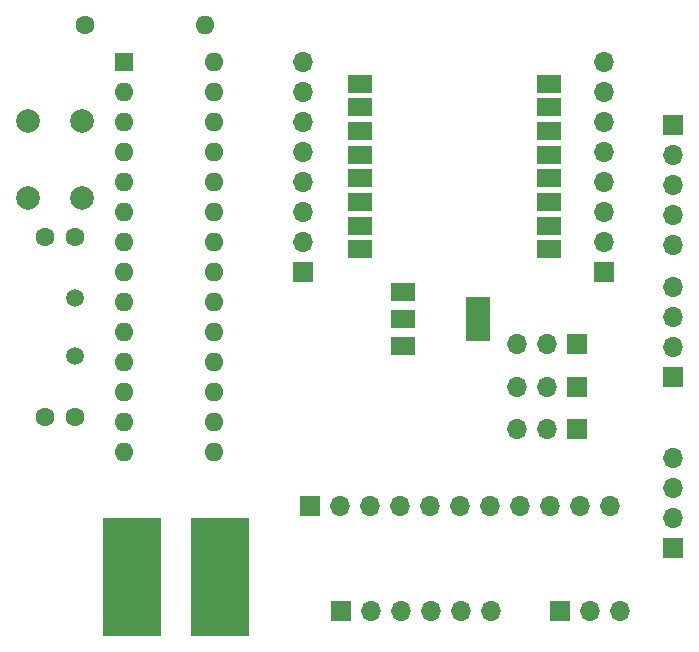
<source format=gbr>
%TF.GenerationSoftware,KiCad,Pcbnew,(7.0.0)*%
%TF.CreationDate,2023-07-05T19:52:24+02:00*%
%TF.ProjectId,atmega328p-gate_controller,61746d65-6761-4333-9238-702d67617465,rev?*%
%TF.SameCoordinates,Original*%
%TF.FileFunction,Soldermask,Top*%
%TF.FilePolarity,Negative*%
%FSLAX46Y46*%
G04 Gerber Fmt 4.6, Leading zero omitted, Abs format (unit mm)*
G04 Created by KiCad (PCBNEW (7.0.0)) date 2023-07-05 19:52:24*
%MOMM*%
%LPD*%
G01*
G04 APERTURE LIST*
%ADD10R,5.000000X10.000000*%
%ADD11R,2.000000X1.500000*%
%ADD12C,1.600000*%
%ADD13R,1.700000X1.700000*%
%ADD14O,1.700000X1.700000*%
%ADD15C,1.500000*%
%ADD16R,1.600000X1.600000*%
%ADD17O,1.600000X1.600000*%
%ADD18R,2.000000X3.800000*%
%ADD19C,2.000000*%
G04 APERTURE END LIST*
D10*
%TO.C,REF\u002A\u002A*%
X62824999Y-97774999D03*
%TD*%
D11*
%TO.C,U3*%
X82122618Y-55984999D03*
X82122618Y-57984999D03*
X82122618Y-59984999D03*
X82122618Y-61984999D03*
X82122618Y-63984999D03*
X82122618Y-65984999D03*
X82122618Y-67984999D03*
X82122618Y-69984999D03*
X98122618Y-69984999D03*
X98122618Y-67984999D03*
X98122618Y-65984999D03*
X98122618Y-63984999D03*
X98122618Y-61984999D03*
X98122618Y-59984999D03*
X98122618Y-57984999D03*
X98122618Y-55984999D03*
%TD*%
D12*
%TO.C,C1*%
X57975000Y-68950000D03*
X55475000Y-68950000D03*
%TD*%
D13*
%TO.C,UART*%
X108624999Y-95264999D03*
D14*
X108624999Y-92724999D03*
X108624999Y-90184999D03*
X108624999Y-87644999D03*
%TD*%
D13*
%TO.C,SPI*%
X108624999Y-59489999D03*
D14*
X108624999Y-62029999D03*
X108624999Y-64569999D03*
X108624999Y-67109999D03*
X108624999Y-69649999D03*
%TD*%
D13*
%TO.C,3.3V*%
X100474999Y-78024999D03*
D14*
X97934999Y-78024999D03*
X95394999Y-78024999D03*
%TD*%
D13*
%TO.C,5V*%
X100474999Y-81624999D03*
D14*
X97934999Y-81624999D03*
X95394999Y-81624999D03*
%TD*%
D13*
%TO.C,GND*%
X100474999Y-85224999D03*
D14*
X97934999Y-85224999D03*
X95394999Y-85224999D03*
%TD*%
D13*
%TO.C,ISP*%
X80524999Y-100599999D03*
D14*
X83064999Y-100599999D03*
X85604999Y-100599999D03*
X88144999Y-100599999D03*
X90684999Y-100599999D03*
X93224999Y-100599999D03*
%TD*%
D13*
%TO.C,EXTRA*%
X77909999Y-91699999D03*
D14*
X80449999Y-91699999D03*
X82989999Y-91699999D03*
X85529999Y-91699999D03*
X88069999Y-91699999D03*
X90609999Y-91699999D03*
X93149999Y-91699999D03*
X95689999Y-91699999D03*
X98229999Y-91699999D03*
X100769999Y-91699999D03*
X103309999Y-91699999D03*
%TD*%
D15*
%TO.C,Y1*%
X57975000Y-74120000D03*
X57975000Y-79000000D03*
%TD*%
D16*
%TO.C,U1*%
X62179999Y-54134999D03*
D17*
X62179999Y-56674999D03*
X62179999Y-59214999D03*
X62179999Y-61754999D03*
X62179999Y-64294999D03*
X62179999Y-66834999D03*
X62179999Y-69374999D03*
X62179999Y-71914999D03*
X62179999Y-74454999D03*
X62179999Y-76994999D03*
X62179999Y-79534999D03*
X62179999Y-82074999D03*
X62179999Y-84614999D03*
X62179999Y-87154999D03*
X69799999Y-87154999D03*
X69799999Y-84614999D03*
X69799999Y-82074999D03*
X69799999Y-79534999D03*
X69799999Y-76994999D03*
X69799999Y-74454999D03*
X69799999Y-71914999D03*
X69799999Y-69374999D03*
X69799999Y-66834999D03*
X69799999Y-64294999D03*
X69799999Y-61754999D03*
X69799999Y-59214999D03*
X69799999Y-56674999D03*
X69799999Y-54134999D03*
%TD*%
D11*
%TO.C,U2*%
X85799999Y-73599999D03*
X85799999Y-75899999D03*
D18*
X92099999Y-75899999D03*
D11*
X85799999Y-78199999D03*
%TD*%
D13*
%TO.C,J4*%
X102824999Y-71874999D03*
D14*
X102824999Y-69334999D03*
X102824999Y-66794999D03*
X102824999Y-64254999D03*
X102824999Y-61714999D03*
X102824999Y-59174999D03*
X102824999Y-56634999D03*
X102824999Y-54094999D03*
%TD*%
D13*
%TO.C,I2C*%
X108624999Y-80844999D03*
D14*
X108624999Y-78304999D03*
X108624999Y-75764999D03*
X108624999Y-73224999D03*
%TD*%
D12*
%TO.C,R1*%
X58895000Y-51025000D03*
D17*
X69054999Y-51024999D03*
%TD*%
D13*
%TO.C,RELAY*%
X99049999Y-100599999D03*
D14*
X101589999Y-100599999D03*
X104129999Y-100599999D03*
%TD*%
D19*
%TO.C,RESET*%
X54075000Y-65650000D03*
X54075000Y-59150000D03*
X58575000Y-65650000D03*
X58575000Y-59150000D03*
%TD*%
D13*
%TO.C,J9*%
X77324999Y-71874999D03*
D14*
X77324999Y-69334999D03*
X77324999Y-66794999D03*
X77324999Y-64254999D03*
X77324999Y-61714999D03*
X77324999Y-59174999D03*
X77324999Y-56634999D03*
X77324999Y-54094999D03*
%TD*%
D12*
%TO.C,C2*%
X55475000Y-84200000D03*
X57975000Y-84200000D03*
%TD*%
D10*
%TO.C,REF\u002A\u002A*%
X70274999Y-97774999D03*
%TD*%
M02*

</source>
